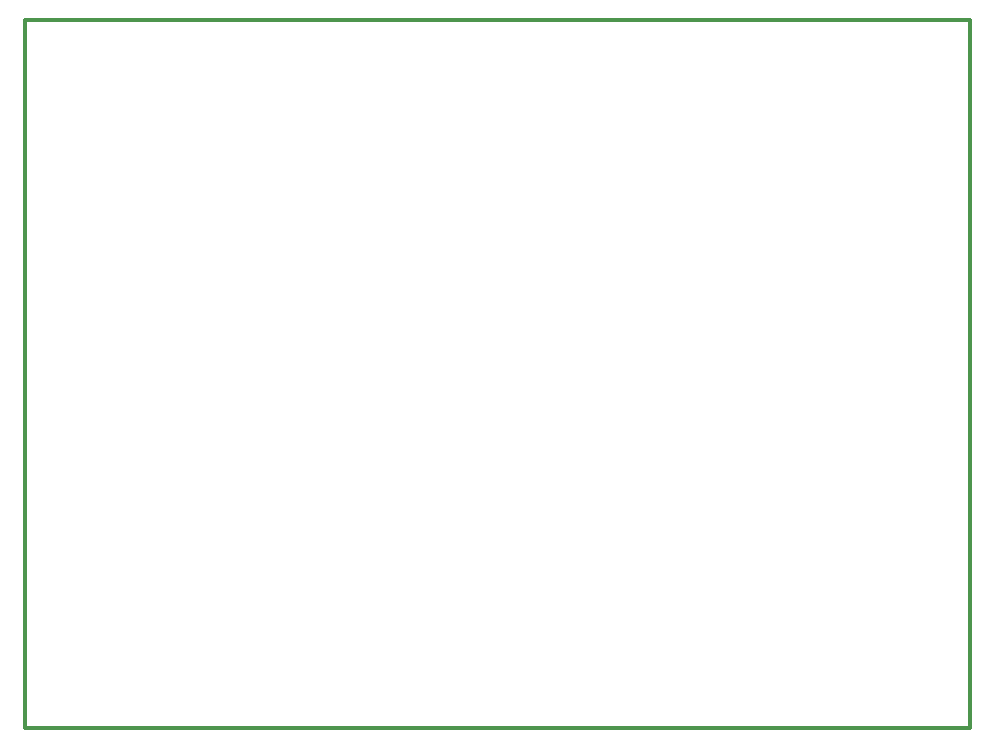
<source format=gbr>
%TF.GenerationSoftware,KiCad,Pcbnew,9.0.3*%
%TF.CreationDate,2025-07-17T22:22:16+07:00*%
%TF.ProjectId,CFBoard,4346426f-6172-4642-9e6b-696361645f70,rev?*%
%TF.SameCoordinates,Original*%
%TF.FileFunction,Paste,Bot*%
%TF.FilePolarity,Positive*%
%FSLAX45Y45*%
G04 Gerber Fmt 4.5, Leading zero omitted, Abs format (unit mm)*
G04 Created by KiCad (PCBNEW 9.0.3) date 2025-07-17 22:22:16*
%MOMM*%
%LPD*%
G01*
G04 APERTURE LIST*
%TA.AperFunction,Profile*%
%ADD10C,0.300000*%
%TD*%
G04 APERTURE END LIST*
D10*
X10550000Y-7500000D02*
X18550000Y-7500000D01*
X18550000Y-13500000D01*
X10550000Y-13500000D01*
X10550000Y-7500000D01*
M02*

</source>
